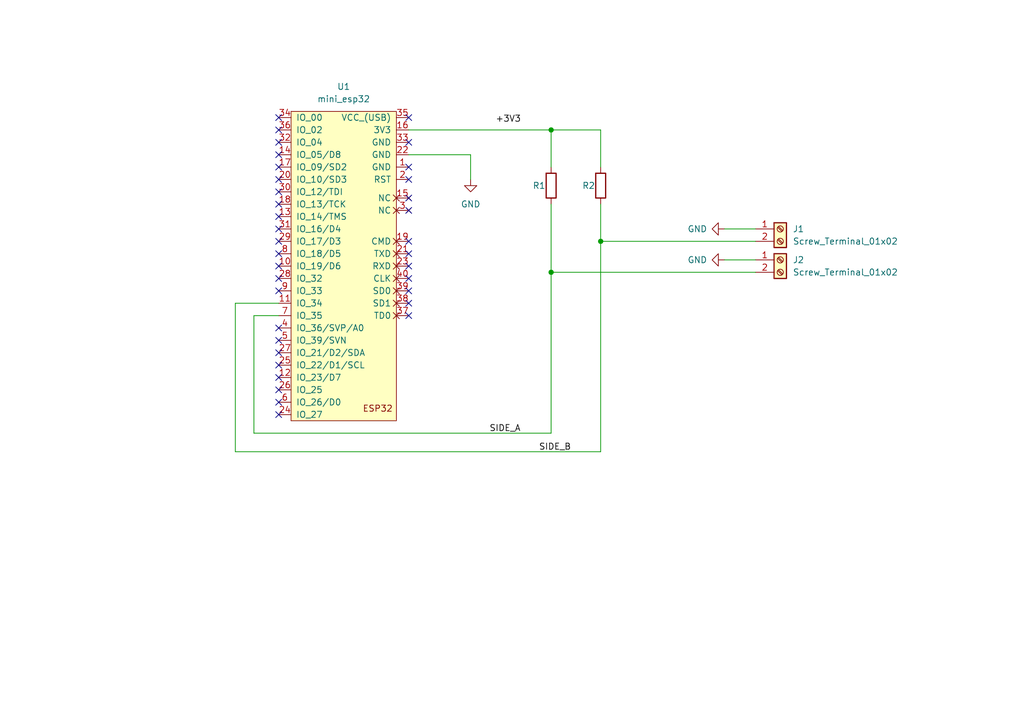
<source format=kicad_sch>
(kicad_sch (version 20211123) (generator eeschema)

  (uuid 5cd7aeb1-499b-49df-b56d-34b92f6989ce)

  (paper "A5")

  (title_block
    (title "Bed Occupancy Sensor")
    (date "2023-01-12")
    (rev "v3")
  )

  (lib_symbols
    (symbol "Connector:Screw_Terminal_01x02" (pin_names (offset 1.016) hide) (in_bom yes) (on_board yes)
      (property "Reference" "J" (id 0) (at 0 2.54 0)
        (effects (font (size 1.27 1.27)))
      )
      (property "Value" "Screw_Terminal_01x02" (id 1) (at 0 -5.08 0)
        (effects (font (size 1.27 1.27)))
      )
      (property "Footprint" "" (id 2) (at 0 0 0)
        (effects (font (size 1.27 1.27)) hide)
      )
      (property "Datasheet" "~" (id 3) (at 0 0 0)
        (effects (font (size 1.27 1.27)) hide)
      )
      (property "ki_keywords" "screw terminal" (id 4) (at 0 0 0)
        (effects (font (size 1.27 1.27)) hide)
      )
      (property "ki_description" "Generic screw terminal, single row, 01x02, script generated (kicad-library-utils/schlib/autogen/connector/)" (id 5) (at 0 0 0)
        (effects (font (size 1.27 1.27)) hide)
      )
      (property "ki_fp_filters" "TerminalBlock*:*" (id 6) (at 0 0 0)
        (effects (font (size 1.27 1.27)) hide)
      )
      (symbol "Screw_Terminal_01x02_1_1"
        (rectangle (start -1.27 1.27) (end 1.27 -3.81)
          (stroke (width 0.254) (type default) (color 0 0 0 0))
          (fill (type background))
        )
        (circle (center 0 -2.54) (radius 0.635)
          (stroke (width 0.1524) (type default) (color 0 0 0 0))
          (fill (type none))
        )
        (polyline
          (pts
            (xy -0.5334 -2.2098)
            (xy 0.3302 -3.048)
          )
          (stroke (width 0.1524) (type default) (color 0 0 0 0))
          (fill (type none))
        )
        (polyline
          (pts
            (xy -0.5334 0.3302)
            (xy 0.3302 -0.508)
          )
          (stroke (width 0.1524) (type default) (color 0 0 0 0))
          (fill (type none))
        )
        (polyline
          (pts
            (xy -0.3556 -2.032)
            (xy 0.508 -2.8702)
          )
          (stroke (width 0.1524) (type default) (color 0 0 0 0))
          (fill (type none))
        )
        (polyline
          (pts
            (xy -0.3556 0.508)
            (xy 0.508 -0.3302)
          )
          (stroke (width 0.1524) (type default) (color 0 0 0 0))
          (fill (type none))
        )
        (circle (center 0 0) (radius 0.635)
          (stroke (width 0.1524) (type default) (color 0 0 0 0))
          (fill (type none))
        )
        (pin passive line (at -5.08 0 0) (length 3.81)
          (name "Pin_1" (effects (font (size 1.27 1.27))))
          (number "1" (effects (font (size 1.27 1.27))))
        )
        (pin passive line (at -5.08 -2.54 0) (length 3.81)
          (name "Pin_2" (effects (font (size 1.27 1.27))))
          (number "2" (effects (font (size 1.27 1.27))))
        )
      )
    )
    (symbol "Device:R" (pin_numbers hide) (pin_names (offset 0)) (in_bom yes) (on_board yes)
      (property "Reference" "R" (id 0) (at 2.032 0 90)
        (effects (font (size 1.27 1.27)))
      )
      (property "Value" "R" (id 1) (at 0 0 90)
        (effects (font (size 1.27 1.27)))
      )
      (property "Footprint" "" (id 2) (at -1.778 0 90)
        (effects (font (size 1.27 1.27)) hide)
      )
      (property "Datasheet" "~" (id 3) (at 0 0 0)
        (effects (font (size 1.27 1.27)) hide)
      )
      (property "ki_keywords" "R res resistor" (id 4) (at 0 0 0)
        (effects (font (size 1.27 1.27)) hide)
      )
      (property "ki_description" "Resistor" (id 5) (at 0 0 0)
        (effects (font (size 1.27 1.27)) hide)
      )
      (property "ki_fp_filters" "R_*" (id 6) (at 0 0 0)
        (effects (font (size 1.27 1.27)) hide)
      )
      (symbol "R_0_1"
        (rectangle (start -1.016 -2.54) (end 1.016 2.54)
          (stroke (width 0.254) (type default) (color 0 0 0 0))
          (fill (type none))
        )
      )
      (symbol "R_1_1"
        (pin passive line (at 0 3.81 270) (length 1.27)
          (name "~" (effects (font (size 1.27 1.27))))
          (number "1" (effects (font (size 1.27 1.27))))
        )
        (pin passive line (at 0 -3.81 90) (length 1.27)
          (name "~" (effects (font (size 1.27 1.27))))
          (number "2" (effects (font (size 1.27 1.27))))
        )
      )
    )
    (symbol "ESP32_Mini:mini_esp32" (pin_names (offset 1.016)) (in_bom yes) (on_board yes)
      (property "Reference" "U" (id 0) (at -7.62 -50.8 0)
        (effects (font (size 1.27 1.27)))
      )
      (property "Value" "mini_esp32" (id 1) (at 5.08 -59.69 0)
        (effects (font (size 1.27 1.27)))
      )
      (property "Footprint" "" (id 2) (at 3.81 2.54 0)
        (effects (font (size 1.27 1.27)) hide)
      )
      (property "Datasheet" "" (id 3) (at 3.81 2.54 0)
        (effects (font (size 1.27 1.27)) hide)
      )
      (symbol "mini_esp32_0_0"
        (text "ESP32" (at 7.62 -62.23 0)
          (effects (font (size 1.27 1.27)))
        )
        (pin power_in line (at 13.97 -12.7 180) (length 2.54)
          (name "GND" (effects (font (size 1.27 1.27))))
          (number "1" (effects (font (size 1.27 1.27))))
        )
        (pin input line (at 13.97 -15.24 180) (length 2.54)
          (name "RST" (effects (font (size 1.27 1.27))))
          (number "2" (effects (font (size 1.27 1.27))))
        )
        (pin no_connect non_logic (at 13.97 -21.59 180) (length 2.54)
          (name "NC" (effects (font (size 1.27 1.27))))
          (number "3" (effects (font (size 1.27 1.27))))
        )
        (pin bidirectional line (at -12.7 -45.72 0) (length 2.54)
          (name "IO_36/SVP/A0" (effects (font (size 1.27 1.27))))
          (number "4" (effects (font (size 1.27 1.27))))
        )
        (pin bidirectional line (at -12.7 -48.26 0) (length 2.54)
          (name "IO_39/SVN" (effects (font (size 1.27 1.27))))
          (number "5" (effects (font (size 1.27 1.27))))
        )
      )
      (symbol "mini_esp32_0_1"
        (rectangle (start -10.16 -1.27) (end 11.43 -64.77)
          (stroke (width 0) (type default) (color 0 0 0 0))
          (fill (type background))
        )
      )
      (symbol "mini_esp32_1_1"
        (pin bidirectional line (at -12.7 -33.02 0) (length 2.54)
          (name "IO_19/D6" (effects (font (size 1.27 1.27))))
          (number "10" (effects (font (size 1.27 1.27))))
        )
        (pin bidirectional line (at -12.7 -40.64 0) (length 2.54)
          (name "IO_34" (effects (font (size 1.27 1.27))))
          (number "11" (effects (font (size 1.27 1.27))))
        )
        (pin bidirectional line (at -12.7 -55.88 0) (length 2.54)
          (name "IO_23/D7" (effects (font (size 1.27 1.27))))
          (number "12" (effects (font (size 1.27 1.27))))
        )
        (pin bidirectional line (at -12.7 -22.86 0) (length 2.54)
          (name "IO_14/TMS" (effects (font (size 1.27 1.27))))
          (number "13" (effects (font (size 1.27 1.27))))
        )
        (pin bidirectional line (at -12.7 -10.16 0) (length 2.54)
          (name "IO_05/D8" (effects (font (size 1.27 1.27))))
          (number "14" (effects (font (size 1.27 1.27))))
        )
        (pin no_connect non_logic (at 13.97 -19.05 180) (length 2.54)
          (name "NC" (effects (font (size 1.27 1.27))))
          (number "15" (effects (font (size 1.27 1.27))))
        )
        (pin power_in line (at 13.97 -5.08 180) (length 2.54)
          (name "3V3" (effects (font (size 1.27 1.27))))
          (number "16" (effects (font (size 1.27 1.27))))
        )
        (pin bidirectional line (at -12.7 -12.7 0) (length 2.54)
          (name "IO_09/SD2" (effects (font (size 1.27 1.27))))
          (number "17" (effects (font (size 1.27 1.27))))
        )
        (pin bidirectional line (at -12.7 -20.32 0) (length 2.54)
          (name "IO_13/TCK" (effects (font (size 1.27 1.27))))
          (number "18" (effects (font (size 1.27 1.27))))
        )
        (pin passive non_logic (at 13.97 -27.94 180) (length 2.54)
          (name "CMD" (effects (font (size 1.27 1.27))))
          (number "19" (effects (font (size 1.27 1.27))))
        )
        (pin bidirectional line (at -12.7 -15.24 0) (length 2.54)
          (name "IO_10/SD3" (effects (font (size 1.27 1.27))))
          (number "20" (effects (font (size 1.27 1.27))))
        )
        (pin passive non_logic (at 13.97 -30.48 180) (length 2.54)
          (name "TXD" (effects (font (size 1.27 1.27))))
          (number "21" (effects (font (size 1.27 1.27))))
        )
        (pin power_in line (at 13.97 -10.16 180) (length 2.54)
          (name "GND" (effects (font (size 1.27 1.27))))
          (number "22" (effects (font (size 1.27 1.27))))
        )
        (pin passive non_logic (at 13.97 -33.02 180) (length 2.54)
          (name "RXD" (effects (font (size 1.27 1.27))))
          (number "23" (effects (font (size 1.27 1.27))))
        )
        (pin bidirectional line (at -12.7 -63.5 0) (length 2.54)
          (name "IO_27" (effects (font (size 1.27 1.27))))
          (number "24" (effects (font (size 1.27 1.27))))
        )
        (pin bidirectional line (at -12.7 -53.34 0) (length 2.54)
          (name "IO_22/D1/SCL" (effects (font (size 1.27 1.27))))
          (number "25" (effects (font (size 1.27 1.27))))
        )
        (pin bidirectional line (at -12.7 -58.42 0) (length 2.54)
          (name "IO_25" (effects (font (size 1.27 1.27))))
          (number "26" (effects (font (size 1.27 1.27))))
        )
        (pin bidirectional line (at -12.7 -50.8 0) (length 2.54)
          (name "IO_21/D2/SDA" (effects (font (size 1.27 1.27))))
          (number "27" (effects (font (size 1.27 1.27))))
        )
        (pin bidirectional line (at -12.7 -35.56 0) (length 2.54)
          (name "IO_32" (effects (font (size 1.27 1.27))))
          (number "28" (effects (font (size 1.27 1.27))))
        )
        (pin bidirectional line (at -12.7 -27.94 0) (length 2.54)
          (name "IO_17/D3" (effects (font (size 1.27 1.27))))
          (number "29" (effects (font (size 1.27 1.27))))
        )
        (pin bidirectional line (at -12.7 -17.78 0) (length 2.54)
          (name "IO_12/TDI" (effects (font (size 1.27 1.27))))
          (number "30" (effects (font (size 1.27 1.27))))
        )
        (pin bidirectional line (at -12.7 -25.4 0) (length 2.54)
          (name "IO_16/D4" (effects (font (size 1.27 1.27))))
          (number "31" (effects (font (size 1.27 1.27))))
        )
        (pin bidirectional line (at -12.7 -7.62 0) (length 2.54)
          (name "IO_04" (effects (font (size 1.27 1.27))))
          (number "32" (effects (font (size 1.27 1.27))))
        )
        (pin power_in line (at 13.97 -7.62 180) (length 2.54)
          (name "GND" (effects (font (size 1.27 1.27))))
          (number "33" (effects (font (size 1.27 1.27))))
        )
        (pin bidirectional line (at -12.7 -2.54 0) (length 2.54)
          (name "IO_00" (effects (font (size 1.27 1.27))))
          (number "34" (effects (font (size 1.27 1.27))))
        )
        (pin power_in line (at 13.97 -2.54 180) (length 2.54)
          (name "VCC_(USB)" (effects (font (size 1.27 1.27))))
          (number "35" (effects (font (size 1.27 1.27))))
        )
        (pin bidirectional line (at -12.7 -5.08 0) (length 2.54)
          (name "IO_02" (effects (font (size 1.27 1.27))))
          (number "36" (effects (font (size 1.27 1.27))))
        )
        (pin passive non_logic (at 13.97 -43.18 180) (length 2.54)
          (name "TD0" (effects (font (size 1.27 1.27))))
          (number "37" (effects (font (size 1.27 1.27))))
        )
        (pin passive non_logic (at 13.97 -40.64 180) (length 2.54)
          (name "SD1" (effects (font (size 1.27 1.27))))
          (number "38" (effects (font (size 1.27 1.27))))
        )
        (pin passive non_logic (at 13.97 -38.1 180) (length 2.54)
          (name "SD0" (effects (font (size 1.27 1.27))))
          (number "39" (effects (font (size 1.27 1.27))))
        )
        (pin passive non_logic (at 13.97 -35.56 180) (length 2.54)
          (name "CLK" (effects (font (size 1.27 1.27))))
          (number "40" (effects (font (size 1.27 1.27))))
        )
        (pin bidirectional line (at -12.7 -60.96 0) (length 2.54)
          (name "IO_26/D0" (effects (font (size 1.27 1.27))))
          (number "6" (effects (font (size 1.27 1.27))))
        )
        (pin bidirectional line (at -12.7 -43.18 0) (length 2.54)
          (name "IO_35" (effects (font (size 1.27 1.27))))
          (number "7" (effects (font (size 1.27 1.27))))
        )
        (pin bidirectional line (at -12.7 -30.48 0) (length 2.54)
          (name "IO_18/D5" (effects (font (size 1.27 1.27))))
          (number "8" (effects (font (size 1.27 1.27))))
        )
        (pin bidirectional line (at -12.7 -38.1 0) (length 2.54)
          (name "IO_33" (effects (font (size 1.27 1.27))))
          (number "9" (effects (font (size 1.27 1.27))))
        )
      )
    )
    (symbol "power:GND" (power) (pin_names (offset 0)) (in_bom yes) (on_board yes)
      (property "Reference" "#PWR" (id 0) (at 0 -6.35 0)
        (effects (font (size 1.27 1.27)) hide)
      )
      (property "Value" "GND" (id 1) (at 0 -3.81 0)
        (effects (font (size 1.27 1.27)))
      )
      (property "Footprint" "" (id 2) (at 0 0 0)
        (effects (font (size 1.27 1.27)) hide)
      )
      (property "Datasheet" "" (id 3) (at 0 0 0)
        (effects (font (size 1.27 1.27)) hide)
      )
      (property "ki_keywords" "power-flag" (id 4) (at 0 0 0)
        (effects (font (size 1.27 1.27)) hide)
      )
      (property "ki_description" "Power symbol creates a global label with name \"GND\" , ground" (id 5) (at 0 0 0)
        (effects (font (size 1.27 1.27)) hide)
      )
      (symbol "GND_0_1"
        (polyline
          (pts
            (xy 0 0)
            (xy 0 -1.27)
            (xy 1.27 -1.27)
            (xy 0 -2.54)
            (xy -1.27 -1.27)
            (xy 0 -1.27)
          )
          (stroke (width 0) (type default) (color 0 0 0 0))
          (fill (type none))
        )
      )
      (symbol "GND_1_1"
        (pin power_in line (at 0 0 270) (length 0) hide
          (name "GND" (effects (font (size 1.27 1.27))))
          (number "1" (effects (font (size 1.27 1.27))))
        )
      )
    )
  )

  (junction (at 113.03 26.67) (diameter 0) (color 0 0 0 0)
    (uuid 299a7834-a404-4763-b0fa-9a4321497db3)
  )
  (junction (at 123.19 49.53) (diameter 0) (color 0 0 0 0)
    (uuid f01d5d79-953e-42a2-b6e9-a7c625a7188e)
  )
  (junction (at 113.03 55.88) (diameter 0) (color 0 0 0 0)
    (uuid f1b8f14f-df76-4232-937c-2ee77fa2be05)
  )

  (no_connect (at 57.15 69.85) (uuid 03ac2679-964a-49ba-9274-ae707b9acaae))
  (no_connect (at 83.82 24.13) (uuid 03eff3bb-a53a-4785-826d-655014e56e68))
  (no_connect (at 57.15 26.67) (uuid 04397a98-38ac-49e7-af8d-89735466ff40))
  (no_connect (at 57.15 59.69) (uuid 26633920-dd5f-4349-9d8d-d48cb9fa8434))
  (no_connect (at 57.15 57.15) (uuid 322cdcc3-9f09-4aea-9051-5850da310cc9))
  (no_connect (at 83.82 64.77) (uuid 3370022c-ac88-4119-8d3c-c4edd1d97339))
  (no_connect (at 57.15 46.99) (uuid 37ebb3f2-f367-4cb8-be22-87e2eefecad8))
  (no_connect (at 57.15 77.47) (uuid 38c76318-0b58-40f8-91bf-65e49979b12b))
  (no_connect (at 83.82 59.69) (uuid 3c38b285-3a49-49e7-b842-ec1b688eae08))
  (no_connect (at 57.15 36.83) (uuid 3ecd5c5c-80e3-402b-ba58-d335cedf0ffd))
  (no_connect (at 57.15 29.21) (uuid 3f629031-fe7b-4c44-8f6e-0c33db05bf53))
  (no_connect (at 83.82 29.21) (uuid 42d3b0c2-8a15-46ce-8dfd-56b53167c5f7))
  (no_connect (at 83.82 54.61) (uuid 538f76e3-c3b9-4ceb-847f-77cc94462985))
  (no_connect (at 57.15 74.93) (uuid 5a3c8f79-cffc-4462-a48b-f4aa4f8368ff))
  (no_connect (at 83.82 52.07) (uuid 629ef652-852a-4999-957e-13428826d8c2))
  (no_connect (at 83.82 62.23) (uuid 6a5ac91e-1164-40b2-8622-24275fd7798b))
  (no_connect (at 57.15 52.07) (uuid 72dea49b-26da-4377-9df1-3adc66cc452b))
  (no_connect (at 83.82 40.64) (uuid 83f4cc57-a619-4631-9864-da745379f3b9))
  (no_connect (at 57.15 80.01) (uuid 84140fa1-6d7f-4599-bb76-22f43f279bcd))
  (no_connect (at 57.15 54.61) (uuid 849ad023-e8cc-42cc-adc0-ba7e050a9450))
  (no_connect (at 57.15 41.91) (uuid 86998311-6bd7-4670-8857-9a39996a3e3b))
  (no_connect (at 57.15 31.75) (uuid a53c1929-ed24-4937-b624-ea0efeec1fec))
  (no_connect (at 57.15 72.39) (uuid a6949075-6e27-4bf5-bff4-d45ee572babc))
  (no_connect (at 57.15 44.45) (uuid a7fc63fb-919d-4b9f-98f0-c6a643c0a8b2))
  (no_connect (at 57.15 34.29) (uuid b591c534-f83f-4523-85d4-007a6bff0065))
  (no_connect (at 83.82 57.15) (uuid b7d24330-1ec1-4eac-b643-775bb829a309))
  (no_connect (at 57.15 82.55) (uuid babd70ac-29f1-49be-9435-aa8901d35106))
  (no_connect (at 57.15 39.37) (uuid bc267499-4c5d-4c1e-aeba-fadb8ccbdf06))
  (no_connect (at 83.82 34.29) (uuid bfff3ec5-bdce-4a0d-abf9-0135586c64e5))
  (no_connect (at 83.82 49.53) (uuid d9cd106d-11d7-4e84-99d4-fb3cb406b892))
  (no_connect (at 57.15 49.53) (uuid dabb4e98-dab1-4324-af43-2d3f18383710))
  (no_connect (at 57.15 85.09) (uuid dde6d1b3-c37f-47f2-bda3-a3a2300c554f))
  (no_connect (at 83.82 43.18) (uuid ea3d9ff0-30bb-48d0-ab35-0941ba03d75a))
  (no_connect (at 83.82 36.83) (uuid f1d03101-cdd3-48fc-9353-5c1096ccb51a))
  (no_connect (at 57.15 24.13) (uuid f96d46d2-3e7b-4279-a226-7d6492fb027d))
  (no_connect (at 57.15 67.31) (uuid fd2bd788-8e68-434f-9f6a-45cd8aeb100a))

  (wire (pts (xy 113.03 55.88) (xy 154.94 55.88))
    (stroke (width 0) (type default) (color 0 0 0 0))
    (uuid 0358e907-81e2-4681-a519-50f16e0ccecd)
  )
  (wire (pts (xy 123.19 92.71) (xy 48.26 92.71))
    (stroke (width 0) (type default) (color 0 0 0 0))
    (uuid 0c613c40-f5cd-42ce-b5ea-e7013c397042)
  )
  (wire (pts (xy 83.82 26.67) (xy 113.03 26.67))
    (stroke (width 0) (type default) (color 0 0 0 0))
    (uuid 12468e10-526e-4544-a4ed-f5c8e6a1bc7b)
  )
  (wire (pts (xy 113.03 41.91) (xy 113.03 55.88))
    (stroke (width 0) (type default) (color 0 0 0 0))
    (uuid 1b106708-464c-4612-8519-f196ad98ce1d)
  )
  (wire (pts (xy 113.03 55.88) (xy 113.03 88.9))
    (stroke (width 0) (type default) (color 0 0 0 0))
    (uuid 1f8d7478-bf92-4d38-aa74-2aaba09da840)
  )
  (wire (pts (xy 113.03 88.9) (xy 52.07 88.9))
    (stroke (width 0) (type default) (color 0 0 0 0))
    (uuid 205d969d-02db-45e6-9501-214b61f6d006)
  )
  (wire (pts (xy 148.59 46.99) (xy 154.94 46.99))
    (stroke (width 0) (type default) (color 0 0 0 0))
    (uuid 2698efbc-d7e1-4fc8-b697-9ec710fd17d6)
  )
  (wire (pts (xy 48.26 92.71) (xy 48.26 62.23))
    (stroke (width 0) (type default) (color 0 0 0 0))
    (uuid 275effbe-c0a9-40f4-8aa2-e4ec9491e54c)
  )
  (wire (pts (xy 52.07 88.9) (xy 52.07 64.77))
    (stroke (width 0) (type default) (color 0 0 0 0))
    (uuid 2d9a6be2-1f89-4a0f-a15b-5df8626c9227)
  )
  (wire (pts (xy 83.82 31.75) (xy 96.52 31.75))
    (stroke (width 0) (type default) (color 0 0 0 0))
    (uuid 3023c336-cbf1-4040-b1a4-9ed55ca4f99a)
  )
  (wire (pts (xy 113.03 26.67) (xy 113.03 34.29))
    (stroke (width 0) (type default) (color 0 0 0 0))
    (uuid 323d9676-970c-447c-b9ab-14c051387273)
  )
  (wire (pts (xy 48.26 62.23) (xy 57.15 62.23))
    (stroke (width 0) (type default) (color 0 0 0 0))
    (uuid 3c8d7ac1-6f27-4a28-a5d3-a57289385fd4)
  )
  (wire (pts (xy 52.07 64.77) (xy 57.15 64.77))
    (stroke (width 0) (type default) (color 0 0 0 0))
    (uuid 485ff097-f104-431c-8c7b-8845dfde3382)
  )
  (wire (pts (xy 123.19 26.67) (xy 123.19 34.29))
    (stroke (width 0) (type default) (color 0 0 0 0))
    (uuid 5284743b-92c8-4736-bf82-223c5154598e)
  )
  (wire (pts (xy 123.19 41.91) (xy 123.19 49.53))
    (stroke (width 0) (type default) (color 0 0 0 0))
    (uuid 5ab26bfa-f694-4592-a7c8-ff721e3da6fd)
  )
  (wire (pts (xy 123.19 49.53) (xy 154.94 49.53))
    (stroke (width 0) (type default) (color 0 0 0 0))
    (uuid 942c7545-cdaf-4e9b-ac57-f31101eb1e58)
  )
  (wire (pts (xy 113.03 26.67) (xy 123.19 26.67))
    (stroke (width 0) (type default) (color 0 0 0 0))
    (uuid b8ee9557-ad6b-4356-b32c-12af11353b0b)
  )
  (wire (pts (xy 96.52 31.75) (xy 96.52 36.83))
    (stroke (width 0) (type default) (color 0 0 0 0))
    (uuid c564bc05-d126-44bb-add4-eb52dac173f0)
  )
  (wire (pts (xy 148.59 53.34) (xy 154.94 53.34))
    (stroke (width 0) (type default) (color 0 0 0 0))
    (uuid c5abd039-4314-42be-8688-9dbedaaf69a6)
  )
  (wire (pts (xy 123.19 49.53) (xy 123.19 92.71))
    (stroke (width 0) (type default) (color 0 0 0 0))
    (uuid ea97308b-37e3-40d2-8a66-f54de9c63322)
  )

  (label "SIDE_A" (at 100.33 88.9 0)
    (effects (font (size 1.27 1.27)) (justify left bottom))
    (uuid 0b5c9543-9ca7-4b56-8247-c3139b97327c)
  )
  (label "SIDE_B" (at 110.49 92.71 0)
    (effects (font (size 1.27 1.27)) (justify left bottom))
    (uuid a1946e02-f5f5-48c9-9d33-97356853d996)
  )
  (label "+3V3" (at 101.6 25.4 0)
    (effects (font (size 1.27 1.27)) (justify left bottom))
    (uuid c6951151-9e26-41e8-81e5-7a0b0a68cea5)
  )

  (symbol (lib_id "power:GND") (at 148.59 46.99 270) (unit 1)
    (in_bom yes) (on_board yes)
    (uuid 041f36cd-3a01-47d4-ac3e-d6cc887c4ae3)
    (property "Reference" "#PWR0103" (id 0) (at 142.24 46.99 0)
      (effects (font (size 1.27 1.27)) hide)
    )
    (property "Value" "GND" (id 1) (at 140.97 46.99 90)
      (effects (font (size 1.27 1.27)) (justify left))
    )
    (property "Footprint" "" (id 2) (at 148.59 46.99 0)
      (effects (font (size 1.27 1.27)) hide)
    )
    (property "Datasheet" "" (id 3) (at 148.59 46.99 0)
      (effects (font (size 1.27 1.27)) hide)
    )
    (pin "1" (uuid f5a89f19-8566-4876-b0dd-f9b58c78f1b8))
  )

  (symbol (lib_id "ESP32_Mini:mini_esp32") (at 69.85 21.59 0) (unit 1)
    (in_bom yes) (on_board yes) (fields_autoplaced)
    (uuid 07c47862-40a1-4c8a-b5c1-af5fb92beb2b)
    (property "Reference" "U1" (id 0) (at 70.485 17.78 0))
    (property "Value" "mini_esp32" (id 1) (at 70.485 20.32 0))
    (property "Footprint" "ESP32_mini:ESP32_mini" (id 2) (at 73.66 19.05 0)
      (effects (font (size 1.27 1.27)) hide)
    )
    (property "Datasheet" "" (id 3) (at 73.66 19.05 0)
      (effects (font (size 1.27 1.27)) hide)
    )
    (pin "1" (uuid bc58ffde-4f88-48ac-8cfe-2a9e412a40a7))
    (pin "2" (uuid eb4fec75-42c3-4ff8-a8cf-9b56ddaee51f))
    (pin "3" (uuid f8ef9254-5a10-4958-91c3-2effe131d686))
    (pin "4" (uuid 9d0d7793-6fd2-4be2-af84-5184be3233c1))
    (pin "5" (uuid 6b168939-b6e4-4fc6-9de4-a0a88c7195a6))
    (pin "10" (uuid b412807a-128a-4389-8975-611255f8f05f))
    (pin "11" (uuid faa36487-1492-4f6f-bae6-83c7f620fa88))
    (pin "12" (uuid 458f4528-a2e7-4c85-9454-e27098a26161))
    (pin "13" (uuid 54433d34-6c36-4523-a8fd-06554b48534a))
    (pin "14" (uuid 28057d97-094d-4a99-ab54-65e7a7e8b1d3))
    (pin "15" (uuid e3f462a2-cdbf-4872-adf5-fcffb4875c34))
    (pin "16" (uuid 5a6cc10e-8d45-46e3-bcbc-8788e414f23e))
    (pin "17" (uuid d4501a0f-c11b-4d9e-a355-953e8e886635))
    (pin "18" (uuid e63d9f29-3cc6-4903-9601-3c01af82c029))
    (pin "19" (uuid d78836a1-e033-4789-8f6f-a33445157414))
    (pin "20" (uuid 33750a8a-4092-4f04-869f-8a21bcadc9fb))
    (pin "21" (uuid 7f2c8e44-c228-4463-ad33-7cd3f7a53204))
    (pin "22" (uuid 2e1039f6-db84-487a-b384-ccb41e18a5bb))
    (pin "23" (uuid ceb117c9-c383-4d9a-bddf-61ffc5314f84))
    (pin "24" (uuid 316155fc-279f-48d0-a861-cb3c0eccf495))
    (pin "25" (uuid e660012c-8407-40c3-9219-7cc636d8d7b0))
    (pin "26" (uuid 654bc977-0001-40aa-ba05-11dbc7b3b1f9))
    (pin "27" (uuid 6bab1a08-4c51-4eb0-a863-3ad2a6528c4e))
    (pin "28" (uuid e122fed3-a131-48af-b97f-6633f73ed76a))
    (pin "29" (uuid 59d49b07-7dd2-41e7-b997-844b240bfcaf))
    (pin "30" (uuid 44fcb31a-579f-4539-bfc3-72f1ce1aa721))
    (pin "31" (uuid 4d0eab0f-64ef-42e7-885f-d03a34520ebb))
    (pin "32" (uuid f39c9d69-a30e-4775-a4ed-676d0c055fc6))
    (pin "33" (uuid 09810782-aede-4e65-b4e6-c39848fd3901))
    (pin "34" (uuid 56069e04-3672-4124-91a6-69e219ec3c25))
    (pin "35" (uuid 273b19b9-f1c2-4c8f-8bda-1a5245289dec))
    (pin "36" (uuid d8ab9c3d-cfb6-4c9f-87e2-4237595cb216))
    (pin "37" (uuid d238d542-8358-4d9e-b78e-b37070aa9f34))
    (pin "38" (uuid 7be4516c-5135-4d99-b6cf-dd75831aaca2))
    (pin "39" (uuid 560ad248-7633-41d9-a89b-e1bfd92ab7bd))
    (pin "40" (uuid 42f80441-b923-4e7a-a137-422f135c80f5))
    (pin "6" (uuid d4b1ff2e-8d68-4ce1-a681-81cbe2914cd4))
    (pin "7" (uuid f4e9e088-fb73-44a9-b308-74df1a0e01b5))
    (pin "8" (uuid e463cf7c-9392-4bee-b019-c185e0ba608f))
    (pin "9" (uuid e487bed6-cf8e-417d-adf4-08b930e45e34))
  )

  (symbol (lib_id "Connector:Screw_Terminal_01x02") (at 160.02 53.34 0) (unit 1)
    (in_bom yes) (on_board yes) (fields_autoplaced)
    (uuid 2c3da9a8-4f39-4f21-a1e3-2baebc248751)
    (property "Reference" "J2" (id 0) (at 162.56 53.3399 0)
      (effects (font (size 1.27 1.27)) (justify left))
    )
    (property "Value" "Screw_Terminal_01x02" (id 1) (at 162.56 55.8799 0)
      (effects (font (size 1.27 1.27)) (justify left))
    )
    (property "Footprint" "TerminalBlock_Phoenix:TerminalBlock_Phoenix_MKDS-1,5-2-5.08_1x02_P5.08mm_Horizontal" (id 2) (at 160.02 53.34 0)
      (effects (font (size 1.27 1.27)) hide)
    )
    (property "Datasheet" "~" (id 3) (at 160.02 53.34 0)
      (effects (font (size 1.27 1.27)) hide)
    )
    (pin "1" (uuid 001508e1-ac36-48c3-842b-e2922d99766e))
    (pin "2" (uuid 357ab871-65bb-4b4f-b0ea-b38fe39e450c))
  )

  (symbol (lib_id "Device:R") (at 113.03 38.1 0) (unit 1)
    (in_bom yes) (on_board yes)
    (uuid 34513afa-65fd-4100-9268-ca482871ddd0)
    (property "Reference" "R1" (id 0) (at 109.22 38.1 0)
      (effects (font (size 1.27 1.27)) (justify left))
    )
    (property "Value" "to be calculated" (id 1) (at 109.22 45.72 90)
      (effects (font (size 1.27 1.27)) (justify left) hide)
    )
    (property "Footprint" "Resistor_THT:R_Axial_DIN0207_L6.3mm_D2.5mm_P10.16mm_Horizontal" (id 2) (at 111.252 38.1 90)
      (effects (font (size 1.27 1.27)) hide)
    )
    (property "Datasheet" "~" (id 3) (at 113.03 38.1 0)
      (effects (font (size 1.27 1.27)) hide)
    )
    (pin "1" (uuid f5a98795-914a-4d50-8323-67bb219f443b))
    (pin "2" (uuid afd5dd4e-1825-4d3f-877d-1c36e1dc2cef))
  )

  (symbol (lib_id "Device:R") (at 123.19 38.1 0) (unit 1)
    (in_bom yes) (on_board yes)
    (uuid 3d4cb2b8-b9d4-4f01-8fe6-fc15b4eb5524)
    (property "Reference" "R2" (id 0) (at 119.38 38.1 0)
      (effects (font (size 1.27 1.27)) (justify left))
    )
    (property "Value" "to be calculated" (id 1) (at 125.73 39.3699 0)
      (effects (font (size 1.27 1.27)) (justify left) hide)
    )
    (property "Footprint" "Resistor_THT:R_Axial_DIN0207_L6.3mm_D2.5mm_P10.16mm_Horizontal" (id 2) (at 121.412 38.1 90)
      (effects (font (size 1.27 1.27)) hide)
    )
    (property "Datasheet" "~" (id 3) (at 123.19 38.1 0)
      (effects (font (size 1.27 1.27)) hide)
    )
    (pin "1" (uuid 428c872e-1072-4a71-bf05-a7df39d98dc1))
    (pin "2" (uuid f50080af-bdf8-48bc-879f-fa38a8e5f389))
  )

  (symbol (lib_id "power:GND") (at 96.52 36.83 0) (unit 1)
    (in_bom yes) (on_board yes) (fields_autoplaced)
    (uuid 71facfec-45f1-49d3-81e0-8665573190e9)
    (property "Reference" "#PWR0101" (id 0) (at 96.52 43.18 0)
      (effects (font (size 1.27 1.27)) hide)
    )
    (property "Value" "GND" (id 1) (at 96.52 41.91 0))
    (property "Footprint" "" (id 2) (at 96.52 36.83 0)
      (effects (font (size 1.27 1.27)) hide)
    )
    (property "Datasheet" "" (id 3) (at 96.52 36.83 0)
      (effects (font (size 1.27 1.27)) hide)
    )
    (pin "1" (uuid 86f78ff2-6f84-4a95-9ee6-2211698db786))
  )

  (symbol (lib_id "Connector:Screw_Terminal_01x02") (at 160.02 46.99 0) (unit 1)
    (in_bom yes) (on_board yes) (fields_autoplaced)
    (uuid 72934a7e-7839-4166-84a0-84217d0df9d7)
    (property "Reference" "J1" (id 0) (at 162.56 46.9899 0)
      (effects (font (size 1.27 1.27)) (justify left))
    )
    (property "Value" "Screw_Terminal_01x02" (id 1) (at 162.56 49.5299 0)
      (effects (font (size 1.27 1.27)) (justify left))
    )
    (property "Footprint" "TerminalBlock_Phoenix:TerminalBlock_Phoenix_MKDS-1,5-2-5.08_1x02_P5.08mm_Horizontal" (id 2) (at 160.02 46.99 0)
      (effects (font (size 1.27 1.27)) hide)
    )
    (property "Datasheet" "~" (id 3) (at 160.02 46.99 0)
      (effects (font (size 1.27 1.27)) hide)
    )
    (pin "1" (uuid e543ef0d-27f1-4668-b166-eea41c3c02c9))
    (pin "2" (uuid d1f84976-1a82-49bb-9203-7f6465c244ba))
  )

  (symbol (lib_id "power:GND") (at 148.59 53.34 270) (unit 1)
    (in_bom yes) (on_board yes)
    (uuid ada35d6c-11f8-48f1-a248-f99544522531)
    (property "Reference" "#PWR0102" (id 0) (at 142.24 53.34 0)
      (effects (font (size 1.27 1.27)) hide)
    )
    (property "Value" "GND" (id 1) (at 140.97 53.34 90)
      (effects (font (size 1.27 1.27)) (justify left))
    )
    (property "Footprint" "" (id 2) (at 148.59 53.34 0)
      (effects (font (size 1.27 1.27)) hide)
    )
    (property "Datasheet" "" (id 3) (at 148.59 53.34 0)
      (effects (font (size 1.27 1.27)) hide)
    )
    (pin "1" (uuid b0637f0a-c41e-4260-b444-110dc0e7ea6a))
  )

  (sheet_instances
    (path "/" (page "1"))
  )

  (symbol_instances
    (path "/71facfec-45f1-49d3-81e0-8665573190e9"
      (reference "#PWR0101") (unit 1) (value "GND") (footprint "")
    )
    (path "/ada35d6c-11f8-48f1-a248-f99544522531"
      (reference "#PWR0102") (unit 1) (value "GND") (footprint "")
    )
    (path "/041f36cd-3a01-47d4-ac3e-d6cc887c4ae3"
      (reference "#PWR0103") (unit 1) (value "GND") (footprint "")
    )
    (path "/72934a7e-7839-4166-84a0-84217d0df9d7"
      (reference "J1") (unit 1) (value "Screw_Terminal_01x02") (footprint "TerminalBlock_Phoenix:TerminalBlock_Phoenix_MKDS-1,5-2-5.08_1x02_P5.08mm_Horizontal")
    )
    (path "/2c3da9a8-4f39-4f21-a1e3-2baebc248751"
      (reference "J2") (unit 1) (value "Screw_Terminal_01x02") (footprint "TerminalBlock_Phoenix:TerminalBlock_Phoenix_MKDS-1,5-2-5.08_1x02_P5.08mm_Horizontal")
    )
    (path "/34513afa-65fd-4100-9268-ca482871ddd0"
      (reference "R1") (unit 1) (value "to be calculated") (footprint "Resistor_THT:R_Axial_DIN0207_L6.3mm_D2.5mm_P10.16mm_Horizontal")
    )
    (path "/3d4cb2b8-b9d4-4f01-8fe6-fc15b4eb5524"
      (reference "R2") (unit 1) (value "to be calculated") (footprint "Resistor_THT:R_Axial_DIN0207_L6.3mm_D2.5mm_P10.16mm_Horizontal")
    )
    (path "/07c47862-40a1-4c8a-b5c1-af5fb92beb2b"
      (reference "U1") (unit 1) (value "mini_esp32") (footprint "ESP32_mini:ESP32_mini")
    )
  )
)

</source>
